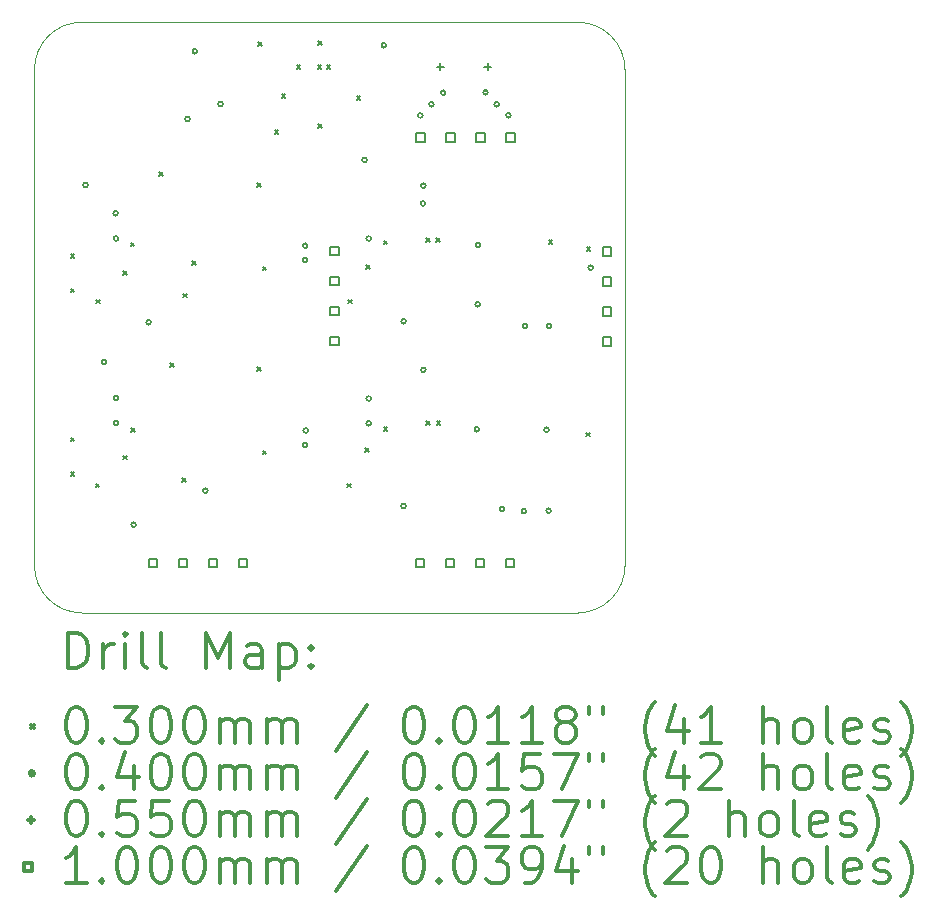
<source format=gbr>
%FSLAX45Y45*%
G04 Gerber Fmt 4.5, Leading zero omitted, Abs format (unit mm)*
G04 Created by KiCad (PCBNEW (5.1.12)-1) date 2022-03-26 18:35:55*
%MOMM*%
%LPD*%
G01*
G04 APERTURE LIST*
%TA.AperFunction,Profile*%
%ADD10C,0.050000*%
%TD*%
%ADD11C,0.200000*%
%ADD12C,0.300000*%
G04 APERTURE END LIST*
D10*
X19600000Y-9000000D02*
G75*
G02*
X20000000Y-9400000I0J-400000D01*
G01*
X15000000Y-9400000D02*
G75*
G02*
X15400000Y-9000000I400000J0D01*
G01*
X15400000Y-14000000D02*
G75*
G02*
X15000000Y-13600000I0J400000D01*
G01*
X20000000Y-13600000D02*
G75*
G02*
X19600000Y-14000000I-400000J0D01*
G01*
X19600000Y-9000000D02*
X15400000Y-9000000D01*
X20000000Y-13600000D02*
X20000000Y-9400000D01*
X15400000Y-14000000D02*
X19600000Y-14000000D01*
X15000000Y-9400000D02*
X15000000Y-13600000D01*
D11*
X15306280Y-10962880D02*
X15336280Y-10992880D01*
X15336280Y-10962880D02*
X15306280Y-10992880D01*
X15306280Y-11257520D02*
X15336280Y-11287520D01*
X15336280Y-11257520D02*
X15306280Y-11287520D01*
X15306280Y-12517360D02*
X15336280Y-12547360D01*
X15336280Y-12517360D02*
X15306280Y-12547360D01*
X15306280Y-12812000D02*
X15336280Y-12842000D01*
X15336280Y-12812000D02*
X15306280Y-12842000D01*
X15519640Y-12908520D02*
X15549640Y-12938520D01*
X15549640Y-12908520D02*
X15519640Y-12938520D01*
X15524720Y-11348960D02*
X15554720Y-11378960D01*
X15554720Y-11348960D02*
X15524720Y-11378960D01*
X15753320Y-11110200D02*
X15783320Y-11140200D01*
X15783320Y-11110200D02*
X15753320Y-11140200D01*
X15753320Y-12669760D02*
X15783320Y-12699760D01*
X15783320Y-12669760D02*
X15753320Y-12699760D01*
X15814280Y-10866360D02*
X15844280Y-10896360D01*
X15844280Y-10866360D02*
X15814280Y-10896360D01*
X15819360Y-12436080D02*
X15849360Y-12466080D01*
X15849360Y-12436080D02*
X15819360Y-12466080D01*
X16058120Y-10272000D02*
X16088120Y-10302000D01*
X16088120Y-10272000D02*
X16058120Y-10302000D01*
X16149560Y-11887440D02*
X16179560Y-11917440D01*
X16179560Y-11887440D02*
X16149560Y-11917440D01*
X16251160Y-12862800D02*
X16281160Y-12892800D01*
X16281160Y-12862800D02*
X16251160Y-12892800D01*
X16261320Y-11298160D02*
X16291320Y-11328160D01*
X16291320Y-11298160D02*
X16261320Y-11328160D01*
X16334980Y-11021300D02*
X16364980Y-11051300D01*
X16364980Y-11021300D02*
X16334980Y-11051300D01*
X16886160Y-10363440D02*
X16916160Y-10393440D01*
X16916160Y-10363440D02*
X16886160Y-10393440D01*
X16886160Y-11923000D02*
X16916160Y-11953000D01*
X16916160Y-11923000D02*
X16886160Y-11953000D01*
X16896320Y-9169640D02*
X16926320Y-9199640D01*
X16926320Y-9169640D02*
X16896320Y-9199640D01*
X16931880Y-11069560D02*
X16961880Y-11099560D01*
X16961880Y-11069560D02*
X16931880Y-11099560D01*
X16931880Y-12629120D02*
X16961880Y-12659120D01*
X16961880Y-12629120D02*
X16931880Y-12659120D01*
X17033480Y-9916400D02*
X17063480Y-9946400D01*
X17063480Y-9916400D02*
X17033480Y-9946400D01*
X17091900Y-9611600D02*
X17121900Y-9641600D01*
X17121900Y-9611600D02*
X17091900Y-9641600D01*
X17218900Y-9365220D02*
X17248900Y-9395220D01*
X17248900Y-9365220D02*
X17218900Y-9395220D01*
X17396700Y-9363950D02*
X17426700Y-9393950D01*
X17426700Y-9363950D02*
X17396700Y-9393950D01*
X17403050Y-9160750D02*
X17433050Y-9190750D01*
X17433050Y-9160750D02*
X17403050Y-9190750D01*
X17404320Y-9865600D02*
X17434320Y-9895600D01*
X17434320Y-9865600D02*
X17404320Y-9895600D01*
X17472900Y-9363950D02*
X17502900Y-9393950D01*
X17502900Y-9363950D02*
X17472900Y-9393950D01*
X17648160Y-12908520D02*
X17678160Y-12938520D01*
X17678160Y-12908520D02*
X17648160Y-12938520D01*
X17658320Y-11348960D02*
X17688320Y-11378960D01*
X17688320Y-11348960D02*
X17658320Y-11378960D01*
X17726900Y-9624300D02*
X17756900Y-9654300D01*
X17756900Y-9624300D02*
X17726900Y-9654300D01*
X17800560Y-12608800D02*
X17830560Y-12638800D01*
X17830560Y-12608800D02*
X17800560Y-12638800D01*
X17810720Y-11059400D02*
X17840720Y-11089400D01*
X17840720Y-11059400D02*
X17810720Y-11089400D01*
X17958040Y-10851120D02*
X17988040Y-10881120D01*
X17988040Y-10851120D02*
X17958040Y-10881120D01*
X17958040Y-12431000D02*
X17988040Y-12461000D01*
X17988040Y-12431000D02*
X17958040Y-12461000D01*
X18318720Y-10830800D02*
X18348720Y-10860800D01*
X18348720Y-10830800D02*
X18318720Y-10860800D01*
X18318720Y-12380200D02*
X18348720Y-12410200D01*
X18348720Y-12380200D02*
X18318720Y-12410200D01*
X18400000Y-10830800D02*
X18430000Y-10860800D01*
X18430000Y-10830800D02*
X18400000Y-10860800D01*
X18405080Y-12380200D02*
X18435080Y-12410200D01*
X18435080Y-12380200D02*
X18405080Y-12410200D01*
X19355040Y-10846040D02*
X19385040Y-10876040D01*
X19385040Y-10846040D02*
X19355040Y-10876040D01*
X19670000Y-12476720D02*
X19700000Y-12506720D01*
X19700000Y-12476720D02*
X19670000Y-12506720D01*
X19675080Y-10907000D02*
X19705080Y-10937000D01*
X19705080Y-10907000D02*
X19675080Y-10937000D01*
X15453040Y-10378440D02*
G75*
G03*
X15453040Y-10378440I-20000J0D01*
G01*
X15610520Y-11877040D02*
G75*
G03*
X15610520Y-11877040I-20000J0D01*
G01*
X15707040Y-10617200D02*
G75*
G03*
X15707040Y-10617200I-20000J0D01*
G01*
X15710350Y-10831700D02*
G75*
G03*
X15710350Y-10831700I-20000J0D01*
G01*
X15710350Y-12393800D02*
G75*
G03*
X15710350Y-12393800I-20000J0D01*
G01*
X15712120Y-12181840D02*
G75*
G03*
X15712120Y-12181840I-20000J0D01*
G01*
X15859440Y-13253720D02*
G75*
G03*
X15859440Y-13253720I-20000J0D01*
G01*
X15986440Y-11541760D02*
G75*
G03*
X15986440Y-11541760I-20000J0D01*
G01*
X16316640Y-9819640D02*
G75*
G03*
X16316640Y-9819640I-20000J0D01*
G01*
X16377600Y-9245600D02*
G75*
G03*
X16377600Y-9245600I-20000J0D01*
G01*
X16466500Y-12965430D02*
G75*
G03*
X16466500Y-12965430I-20000J0D01*
G01*
X16596040Y-9692640D02*
G75*
G03*
X16596040Y-9692640I-20000J0D01*
G01*
X17312320Y-10891520D02*
G75*
G03*
X17312320Y-10891520I-20000J0D01*
G01*
X17312320Y-11013440D02*
G75*
G03*
X17312320Y-11013440I-20000J0D01*
G01*
X17312320Y-12578080D02*
G75*
G03*
X17312320Y-12578080I-20000J0D01*
G01*
X17317400Y-12456160D02*
G75*
G03*
X17317400Y-12456160I-20000J0D01*
G01*
X17815240Y-10165080D02*
G75*
G03*
X17815240Y-10165080I-20000J0D01*
G01*
X17850300Y-10831700D02*
G75*
G03*
X17850300Y-10831700I-20000J0D01*
G01*
X17850300Y-12186303D02*
G75*
G03*
X17850300Y-12186303I-20000J0D01*
G01*
X17850300Y-12395700D02*
G75*
G03*
X17850300Y-12395700I-20000J0D01*
G01*
X17977800Y-9194800D02*
G75*
G03*
X17977800Y-9194800I-20000J0D01*
G01*
X18145440Y-11531600D02*
G75*
G03*
X18145440Y-11531600I-20000J0D01*
G01*
X18145440Y-13096240D02*
G75*
G03*
X18145440Y-13096240I-20000J0D01*
G01*
X18287680Y-9789160D02*
G75*
G03*
X18287680Y-9789160I-20000J0D01*
G01*
X18310032Y-10533380D02*
G75*
G03*
X18310032Y-10533380I-20000J0D01*
G01*
X18313080Y-10383520D02*
G75*
G03*
X18313080Y-10383520I-20000J0D01*
G01*
X18313080Y-11943080D02*
G75*
G03*
X18313080Y-11943080I-20000J0D01*
G01*
X18381660Y-9695180D02*
G75*
G03*
X18381660Y-9695180I-20000J0D01*
G01*
X18480720Y-9596120D02*
G75*
G03*
X18480720Y-9596120I-20000J0D01*
G01*
X18765200Y-12446000D02*
G75*
G03*
X18765200Y-12446000I-20000J0D01*
G01*
X18772820Y-11388090D02*
G75*
G03*
X18772820Y-11388090I-20000J0D01*
G01*
X18775360Y-10886440D02*
G75*
G03*
X18775360Y-10886440I-20000J0D01*
G01*
X18839368Y-9594596D02*
G75*
G03*
X18839368Y-9594596I-20000J0D01*
G01*
X18934110Y-9694418D02*
G75*
G03*
X18934110Y-9694418I-20000J0D01*
G01*
X18978560Y-13121640D02*
G75*
G03*
X18978560Y-13121640I-20000J0D01*
G01*
X19033678Y-9788144D02*
G75*
G03*
X19033678Y-9788144I-20000J0D01*
G01*
X19162710Y-13139420D02*
G75*
G03*
X19162710Y-13139420I-20000J0D01*
G01*
X19172870Y-11570970D02*
G75*
G03*
X19172870Y-11570970I-20000J0D01*
G01*
X19355750Y-12451080D02*
G75*
G03*
X19355750Y-12451080I-20000J0D01*
G01*
X19373335Y-13135415D02*
G75*
G03*
X19373335Y-13135415I-20000J0D01*
G01*
X19376950Y-11569700D02*
G75*
G03*
X19376950Y-11569700I-20000J0D01*
G01*
X19730400Y-11078210D02*
G75*
G03*
X19730400Y-11078210I-20000J0D01*
G01*
X18437098Y-9349164D02*
X18437098Y-9404164D01*
X18409598Y-9376664D02*
X18464598Y-9376664D01*
X18837148Y-9349164D02*
X18837148Y-9404164D01*
X18809648Y-9376664D02*
X18864648Y-9376664D01*
X16037356Y-13612926D02*
X16037356Y-13542214D01*
X15966644Y-13542214D01*
X15966644Y-13612926D01*
X16037356Y-13612926D01*
X16291356Y-13612926D02*
X16291356Y-13542214D01*
X16220644Y-13542214D01*
X16220644Y-13612926D01*
X16291356Y-13612926D01*
X16545356Y-13612926D02*
X16545356Y-13542214D01*
X16474644Y-13542214D01*
X16474644Y-13612926D01*
X16545356Y-13612926D01*
X16799356Y-13612926D02*
X16799356Y-13542214D01*
X16728644Y-13542214D01*
X16728644Y-13612926D01*
X16799356Y-13612926D01*
X17577104Y-10974628D02*
X17577104Y-10903916D01*
X17506392Y-10903916D01*
X17506392Y-10974628D01*
X17577104Y-10974628D01*
X17577104Y-11228628D02*
X17577104Y-11157916D01*
X17506392Y-11157916D01*
X17506392Y-11228628D01*
X17577104Y-11228628D01*
X17577104Y-11482628D02*
X17577104Y-11411916D01*
X17506392Y-11411916D01*
X17506392Y-11482628D01*
X17577104Y-11482628D01*
X17577104Y-11736628D02*
X17577104Y-11665916D01*
X17506392Y-11665916D01*
X17506392Y-11736628D01*
X17577104Y-11736628D01*
X18301766Y-13615466D02*
X18301766Y-13544754D01*
X18231054Y-13544754D01*
X18231054Y-13615466D01*
X18301766Y-13615466D01*
X18303036Y-10012476D02*
X18303036Y-9941764D01*
X18232324Y-9941764D01*
X18232324Y-10012476D01*
X18303036Y-10012476D01*
X18555766Y-13615466D02*
X18555766Y-13544754D01*
X18485054Y-13544754D01*
X18485054Y-13615466D01*
X18555766Y-13615466D01*
X18557036Y-10012476D02*
X18557036Y-9941764D01*
X18486324Y-9941764D01*
X18486324Y-10012476D01*
X18557036Y-10012476D01*
X18809766Y-13615466D02*
X18809766Y-13544754D01*
X18739054Y-13544754D01*
X18739054Y-13615466D01*
X18809766Y-13615466D01*
X18811036Y-10012476D02*
X18811036Y-9941764D01*
X18740324Y-9941764D01*
X18740324Y-10012476D01*
X18811036Y-10012476D01*
X19063766Y-13615466D02*
X19063766Y-13544754D01*
X18993054Y-13544754D01*
X18993054Y-13615466D01*
X19063766Y-13615466D01*
X19065036Y-10012476D02*
X19065036Y-9941764D01*
X18994324Y-9941764D01*
X18994324Y-10012476D01*
X19065036Y-10012476D01*
X19880376Y-10977676D02*
X19880376Y-10906964D01*
X19809664Y-10906964D01*
X19809664Y-10977676D01*
X19880376Y-10977676D01*
X19880376Y-11231676D02*
X19880376Y-11160964D01*
X19809664Y-11160964D01*
X19809664Y-11231676D01*
X19880376Y-11231676D01*
X19880376Y-11485676D02*
X19880376Y-11414964D01*
X19809664Y-11414964D01*
X19809664Y-11485676D01*
X19880376Y-11485676D01*
X19880376Y-11739676D02*
X19880376Y-11668964D01*
X19809664Y-11668964D01*
X19809664Y-11739676D01*
X19880376Y-11739676D01*
D12*
X15283928Y-14468214D02*
X15283928Y-14168214D01*
X15355357Y-14168214D01*
X15398214Y-14182500D01*
X15426786Y-14211071D01*
X15441071Y-14239643D01*
X15455357Y-14296786D01*
X15455357Y-14339643D01*
X15441071Y-14396786D01*
X15426786Y-14425357D01*
X15398214Y-14453929D01*
X15355357Y-14468214D01*
X15283928Y-14468214D01*
X15583928Y-14468214D02*
X15583928Y-14268214D01*
X15583928Y-14325357D02*
X15598214Y-14296786D01*
X15612500Y-14282500D01*
X15641071Y-14268214D01*
X15669643Y-14268214D01*
X15769643Y-14468214D02*
X15769643Y-14268214D01*
X15769643Y-14168214D02*
X15755357Y-14182500D01*
X15769643Y-14196786D01*
X15783928Y-14182500D01*
X15769643Y-14168214D01*
X15769643Y-14196786D01*
X15955357Y-14468214D02*
X15926786Y-14453929D01*
X15912500Y-14425357D01*
X15912500Y-14168214D01*
X16112500Y-14468214D02*
X16083928Y-14453929D01*
X16069643Y-14425357D01*
X16069643Y-14168214D01*
X16455357Y-14468214D02*
X16455357Y-14168214D01*
X16555357Y-14382500D01*
X16655357Y-14168214D01*
X16655357Y-14468214D01*
X16926786Y-14468214D02*
X16926786Y-14311071D01*
X16912500Y-14282500D01*
X16883928Y-14268214D01*
X16826786Y-14268214D01*
X16798214Y-14282500D01*
X16926786Y-14453929D02*
X16898214Y-14468214D01*
X16826786Y-14468214D01*
X16798214Y-14453929D01*
X16783928Y-14425357D01*
X16783928Y-14396786D01*
X16798214Y-14368214D01*
X16826786Y-14353929D01*
X16898214Y-14353929D01*
X16926786Y-14339643D01*
X17069643Y-14268214D02*
X17069643Y-14568214D01*
X17069643Y-14282500D02*
X17098214Y-14268214D01*
X17155357Y-14268214D01*
X17183928Y-14282500D01*
X17198214Y-14296786D01*
X17212500Y-14325357D01*
X17212500Y-14411071D01*
X17198214Y-14439643D01*
X17183928Y-14453929D01*
X17155357Y-14468214D01*
X17098214Y-14468214D01*
X17069643Y-14453929D01*
X17341071Y-14439643D02*
X17355357Y-14453929D01*
X17341071Y-14468214D01*
X17326786Y-14453929D01*
X17341071Y-14439643D01*
X17341071Y-14468214D01*
X17341071Y-14282500D02*
X17355357Y-14296786D01*
X17341071Y-14311071D01*
X17326786Y-14296786D01*
X17341071Y-14282500D01*
X17341071Y-14311071D01*
X14967500Y-14947500D02*
X14997500Y-14977500D01*
X14997500Y-14947500D02*
X14967500Y-14977500D01*
X15341071Y-14798214D02*
X15369643Y-14798214D01*
X15398214Y-14812500D01*
X15412500Y-14826786D01*
X15426786Y-14855357D01*
X15441071Y-14912500D01*
X15441071Y-14983929D01*
X15426786Y-15041071D01*
X15412500Y-15069643D01*
X15398214Y-15083929D01*
X15369643Y-15098214D01*
X15341071Y-15098214D01*
X15312500Y-15083929D01*
X15298214Y-15069643D01*
X15283928Y-15041071D01*
X15269643Y-14983929D01*
X15269643Y-14912500D01*
X15283928Y-14855357D01*
X15298214Y-14826786D01*
X15312500Y-14812500D01*
X15341071Y-14798214D01*
X15569643Y-15069643D02*
X15583928Y-15083929D01*
X15569643Y-15098214D01*
X15555357Y-15083929D01*
X15569643Y-15069643D01*
X15569643Y-15098214D01*
X15683928Y-14798214D02*
X15869643Y-14798214D01*
X15769643Y-14912500D01*
X15812500Y-14912500D01*
X15841071Y-14926786D01*
X15855357Y-14941071D01*
X15869643Y-14969643D01*
X15869643Y-15041071D01*
X15855357Y-15069643D01*
X15841071Y-15083929D01*
X15812500Y-15098214D01*
X15726786Y-15098214D01*
X15698214Y-15083929D01*
X15683928Y-15069643D01*
X16055357Y-14798214D02*
X16083928Y-14798214D01*
X16112500Y-14812500D01*
X16126786Y-14826786D01*
X16141071Y-14855357D01*
X16155357Y-14912500D01*
X16155357Y-14983929D01*
X16141071Y-15041071D01*
X16126786Y-15069643D01*
X16112500Y-15083929D01*
X16083928Y-15098214D01*
X16055357Y-15098214D01*
X16026786Y-15083929D01*
X16012500Y-15069643D01*
X15998214Y-15041071D01*
X15983928Y-14983929D01*
X15983928Y-14912500D01*
X15998214Y-14855357D01*
X16012500Y-14826786D01*
X16026786Y-14812500D01*
X16055357Y-14798214D01*
X16341071Y-14798214D02*
X16369643Y-14798214D01*
X16398214Y-14812500D01*
X16412500Y-14826786D01*
X16426786Y-14855357D01*
X16441071Y-14912500D01*
X16441071Y-14983929D01*
X16426786Y-15041071D01*
X16412500Y-15069643D01*
X16398214Y-15083929D01*
X16369643Y-15098214D01*
X16341071Y-15098214D01*
X16312500Y-15083929D01*
X16298214Y-15069643D01*
X16283928Y-15041071D01*
X16269643Y-14983929D01*
X16269643Y-14912500D01*
X16283928Y-14855357D01*
X16298214Y-14826786D01*
X16312500Y-14812500D01*
X16341071Y-14798214D01*
X16569643Y-15098214D02*
X16569643Y-14898214D01*
X16569643Y-14926786D02*
X16583928Y-14912500D01*
X16612500Y-14898214D01*
X16655357Y-14898214D01*
X16683928Y-14912500D01*
X16698214Y-14941071D01*
X16698214Y-15098214D01*
X16698214Y-14941071D02*
X16712500Y-14912500D01*
X16741071Y-14898214D01*
X16783928Y-14898214D01*
X16812500Y-14912500D01*
X16826786Y-14941071D01*
X16826786Y-15098214D01*
X16969643Y-15098214D02*
X16969643Y-14898214D01*
X16969643Y-14926786D02*
X16983928Y-14912500D01*
X17012500Y-14898214D01*
X17055357Y-14898214D01*
X17083928Y-14912500D01*
X17098214Y-14941071D01*
X17098214Y-15098214D01*
X17098214Y-14941071D02*
X17112500Y-14912500D01*
X17141071Y-14898214D01*
X17183928Y-14898214D01*
X17212500Y-14912500D01*
X17226786Y-14941071D01*
X17226786Y-15098214D01*
X17812500Y-14783929D02*
X17555357Y-15169643D01*
X18198214Y-14798214D02*
X18226786Y-14798214D01*
X18255357Y-14812500D01*
X18269643Y-14826786D01*
X18283928Y-14855357D01*
X18298214Y-14912500D01*
X18298214Y-14983929D01*
X18283928Y-15041071D01*
X18269643Y-15069643D01*
X18255357Y-15083929D01*
X18226786Y-15098214D01*
X18198214Y-15098214D01*
X18169643Y-15083929D01*
X18155357Y-15069643D01*
X18141071Y-15041071D01*
X18126786Y-14983929D01*
X18126786Y-14912500D01*
X18141071Y-14855357D01*
X18155357Y-14826786D01*
X18169643Y-14812500D01*
X18198214Y-14798214D01*
X18426786Y-15069643D02*
X18441071Y-15083929D01*
X18426786Y-15098214D01*
X18412500Y-15083929D01*
X18426786Y-15069643D01*
X18426786Y-15098214D01*
X18626786Y-14798214D02*
X18655357Y-14798214D01*
X18683928Y-14812500D01*
X18698214Y-14826786D01*
X18712500Y-14855357D01*
X18726786Y-14912500D01*
X18726786Y-14983929D01*
X18712500Y-15041071D01*
X18698214Y-15069643D01*
X18683928Y-15083929D01*
X18655357Y-15098214D01*
X18626786Y-15098214D01*
X18598214Y-15083929D01*
X18583928Y-15069643D01*
X18569643Y-15041071D01*
X18555357Y-14983929D01*
X18555357Y-14912500D01*
X18569643Y-14855357D01*
X18583928Y-14826786D01*
X18598214Y-14812500D01*
X18626786Y-14798214D01*
X19012500Y-15098214D02*
X18841071Y-15098214D01*
X18926786Y-15098214D02*
X18926786Y-14798214D01*
X18898214Y-14841071D01*
X18869643Y-14869643D01*
X18841071Y-14883929D01*
X19298214Y-15098214D02*
X19126786Y-15098214D01*
X19212500Y-15098214D02*
X19212500Y-14798214D01*
X19183928Y-14841071D01*
X19155357Y-14869643D01*
X19126786Y-14883929D01*
X19469643Y-14926786D02*
X19441071Y-14912500D01*
X19426786Y-14898214D01*
X19412500Y-14869643D01*
X19412500Y-14855357D01*
X19426786Y-14826786D01*
X19441071Y-14812500D01*
X19469643Y-14798214D01*
X19526786Y-14798214D01*
X19555357Y-14812500D01*
X19569643Y-14826786D01*
X19583928Y-14855357D01*
X19583928Y-14869643D01*
X19569643Y-14898214D01*
X19555357Y-14912500D01*
X19526786Y-14926786D01*
X19469643Y-14926786D01*
X19441071Y-14941071D01*
X19426786Y-14955357D01*
X19412500Y-14983929D01*
X19412500Y-15041071D01*
X19426786Y-15069643D01*
X19441071Y-15083929D01*
X19469643Y-15098214D01*
X19526786Y-15098214D01*
X19555357Y-15083929D01*
X19569643Y-15069643D01*
X19583928Y-15041071D01*
X19583928Y-14983929D01*
X19569643Y-14955357D01*
X19555357Y-14941071D01*
X19526786Y-14926786D01*
X19698214Y-14798214D02*
X19698214Y-14855357D01*
X19812500Y-14798214D02*
X19812500Y-14855357D01*
X20255357Y-15212500D02*
X20241071Y-15198214D01*
X20212500Y-15155357D01*
X20198214Y-15126786D01*
X20183928Y-15083929D01*
X20169643Y-15012500D01*
X20169643Y-14955357D01*
X20183928Y-14883929D01*
X20198214Y-14841071D01*
X20212500Y-14812500D01*
X20241071Y-14769643D01*
X20255357Y-14755357D01*
X20498214Y-14898214D02*
X20498214Y-15098214D01*
X20426786Y-14783929D02*
X20355357Y-14998214D01*
X20541071Y-14998214D01*
X20812500Y-15098214D02*
X20641071Y-15098214D01*
X20726786Y-15098214D02*
X20726786Y-14798214D01*
X20698214Y-14841071D01*
X20669643Y-14869643D01*
X20641071Y-14883929D01*
X21169643Y-15098214D02*
X21169643Y-14798214D01*
X21298214Y-15098214D02*
X21298214Y-14941071D01*
X21283928Y-14912500D01*
X21255357Y-14898214D01*
X21212500Y-14898214D01*
X21183928Y-14912500D01*
X21169643Y-14926786D01*
X21483928Y-15098214D02*
X21455357Y-15083929D01*
X21441071Y-15069643D01*
X21426786Y-15041071D01*
X21426786Y-14955357D01*
X21441071Y-14926786D01*
X21455357Y-14912500D01*
X21483928Y-14898214D01*
X21526786Y-14898214D01*
X21555357Y-14912500D01*
X21569643Y-14926786D01*
X21583928Y-14955357D01*
X21583928Y-15041071D01*
X21569643Y-15069643D01*
X21555357Y-15083929D01*
X21526786Y-15098214D01*
X21483928Y-15098214D01*
X21755357Y-15098214D02*
X21726786Y-15083929D01*
X21712500Y-15055357D01*
X21712500Y-14798214D01*
X21983928Y-15083929D02*
X21955357Y-15098214D01*
X21898214Y-15098214D01*
X21869643Y-15083929D01*
X21855357Y-15055357D01*
X21855357Y-14941071D01*
X21869643Y-14912500D01*
X21898214Y-14898214D01*
X21955357Y-14898214D01*
X21983928Y-14912500D01*
X21998214Y-14941071D01*
X21998214Y-14969643D01*
X21855357Y-14998214D01*
X22112500Y-15083929D02*
X22141071Y-15098214D01*
X22198214Y-15098214D01*
X22226786Y-15083929D01*
X22241071Y-15055357D01*
X22241071Y-15041071D01*
X22226786Y-15012500D01*
X22198214Y-14998214D01*
X22155357Y-14998214D01*
X22126786Y-14983929D01*
X22112500Y-14955357D01*
X22112500Y-14941071D01*
X22126786Y-14912500D01*
X22155357Y-14898214D01*
X22198214Y-14898214D01*
X22226786Y-14912500D01*
X22341071Y-15212500D02*
X22355357Y-15198214D01*
X22383928Y-15155357D01*
X22398214Y-15126786D01*
X22412500Y-15083929D01*
X22426786Y-15012500D01*
X22426786Y-14955357D01*
X22412500Y-14883929D01*
X22398214Y-14841071D01*
X22383928Y-14812500D01*
X22355357Y-14769643D01*
X22341071Y-14755357D01*
X14997500Y-15358500D02*
G75*
G03*
X14997500Y-15358500I-20000J0D01*
G01*
X15341071Y-15194214D02*
X15369643Y-15194214D01*
X15398214Y-15208500D01*
X15412500Y-15222786D01*
X15426786Y-15251357D01*
X15441071Y-15308500D01*
X15441071Y-15379929D01*
X15426786Y-15437071D01*
X15412500Y-15465643D01*
X15398214Y-15479929D01*
X15369643Y-15494214D01*
X15341071Y-15494214D01*
X15312500Y-15479929D01*
X15298214Y-15465643D01*
X15283928Y-15437071D01*
X15269643Y-15379929D01*
X15269643Y-15308500D01*
X15283928Y-15251357D01*
X15298214Y-15222786D01*
X15312500Y-15208500D01*
X15341071Y-15194214D01*
X15569643Y-15465643D02*
X15583928Y-15479929D01*
X15569643Y-15494214D01*
X15555357Y-15479929D01*
X15569643Y-15465643D01*
X15569643Y-15494214D01*
X15841071Y-15294214D02*
X15841071Y-15494214D01*
X15769643Y-15179929D02*
X15698214Y-15394214D01*
X15883928Y-15394214D01*
X16055357Y-15194214D02*
X16083928Y-15194214D01*
X16112500Y-15208500D01*
X16126786Y-15222786D01*
X16141071Y-15251357D01*
X16155357Y-15308500D01*
X16155357Y-15379929D01*
X16141071Y-15437071D01*
X16126786Y-15465643D01*
X16112500Y-15479929D01*
X16083928Y-15494214D01*
X16055357Y-15494214D01*
X16026786Y-15479929D01*
X16012500Y-15465643D01*
X15998214Y-15437071D01*
X15983928Y-15379929D01*
X15983928Y-15308500D01*
X15998214Y-15251357D01*
X16012500Y-15222786D01*
X16026786Y-15208500D01*
X16055357Y-15194214D01*
X16341071Y-15194214D02*
X16369643Y-15194214D01*
X16398214Y-15208500D01*
X16412500Y-15222786D01*
X16426786Y-15251357D01*
X16441071Y-15308500D01*
X16441071Y-15379929D01*
X16426786Y-15437071D01*
X16412500Y-15465643D01*
X16398214Y-15479929D01*
X16369643Y-15494214D01*
X16341071Y-15494214D01*
X16312500Y-15479929D01*
X16298214Y-15465643D01*
X16283928Y-15437071D01*
X16269643Y-15379929D01*
X16269643Y-15308500D01*
X16283928Y-15251357D01*
X16298214Y-15222786D01*
X16312500Y-15208500D01*
X16341071Y-15194214D01*
X16569643Y-15494214D02*
X16569643Y-15294214D01*
X16569643Y-15322786D02*
X16583928Y-15308500D01*
X16612500Y-15294214D01*
X16655357Y-15294214D01*
X16683928Y-15308500D01*
X16698214Y-15337071D01*
X16698214Y-15494214D01*
X16698214Y-15337071D02*
X16712500Y-15308500D01*
X16741071Y-15294214D01*
X16783928Y-15294214D01*
X16812500Y-15308500D01*
X16826786Y-15337071D01*
X16826786Y-15494214D01*
X16969643Y-15494214D02*
X16969643Y-15294214D01*
X16969643Y-15322786D02*
X16983928Y-15308500D01*
X17012500Y-15294214D01*
X17055357Y-15294214D01*
X17083928Y-15308500D01*
X17098214Y-15337071D01*
X17098214Y-15494214D01*
X17098214Y-15337071D02*
X17112500Y-15308500D01*
X17141071Y-15294214D01*
X17183928Y-15294214D01*
X17212500Y-15308500D01*
X17226786Y-15337071D01*
X17226786Y-15494214D01*
X17812500Y-15179929D02*
X17555357Y-15565643D01*
X18198214Y-15194214D02*
X18226786Y-15194214D01*
X18255357Y-15208500D01*
X18269643Y-15222786D01*
X18283928Y-15251357D01*
X18298214Y-15308500D01*
X18298214Y-15379929D01*
X18283928Y-15437071D01*
X18269643Y-15465643D01*
X18255357Y-15479929D01*
X18226786Y-15494214D01*
X18198214Y-15494214D01*
X18169643Y-15479929D01*
X18155357Y-15465643D01*
X18141071Y-15437071D01*
X18126786Y-15379929D01*
X18126786Y-15308500D01*
X18141071Y-15251357D01*
X18155357Y-15222786D01*
X18169643Y-15208500D01*
X18198214Y-15194214D01*
X18426786Y-15465643D02*
X18441071Y-15479929D01*
X18426786Y-15494214D01*
X18412500Y-15479929D01*
X18426786Y-15465643D01*
X18426786Y-15494214D01*
X18626786Y-15194214D02*
X18655357Y-15194214D01*
X18683928Y-15208500D01*
X18698214Y-15222786D01*
X18712500Y-15251357D01*
X18726786Y-15308500D01*
X18726786Y-15379929D01*
X18712500Y-15437071D01*
X18698214Y-15465643D01*
X18683928Y-15479929D01*
X18655357Y-15494214D01*
X18626786Y-15494214D01*
X18598214Y-15479929D01*
X18583928Y-15465643D01*
X18569643Y-15437071D01*
X18555357Y-15379929D01*
X18555357Y-15308500D01*
X18569643Y-15251357D01*
X18583928Y-15222786D01*
X18598214Y-15208500D01*
X18626786Y-15194214D01*
X19012500Y-15494214D02*
X18841071Y-15494214D01*
X18926786Y-15494214D02*
X18926786Y-15194214D01*
X18898214Y-15237071D01*
X18869643Y-15265643D01*
X18841071Y-15279929D01*
X19283928Y-15194214D02*
X19141071Y-15194214D01*
X19126786Y-15337071D01*
X19141071Y-15322786D01*
X19169643Y-15308500D01*
X19241071Y-15308500D01*
X19269643Y-15322786D01*
X19283928Y-15337071D01*
X19298214Y-15365643D01*
X19298214Y-15437071D01*
X19283928Y-15465643D01*
X19269643Y-15479929D01*
X19241071Y-15494214D01*
X19169643Y-15494214D01*
X19141071Y-15479929D01*
X19126786Y-15465643D01*
X19398214Y-15194214D02*
X19598214Y-15194214D01*
X19469643Y-15494214D01*
X19698214Y-15194214D02*
X19698214Y-15251357D01*
X19812500Y-15194214D02*
X19812500Y-15251357D01*
X20255357Y-15608500D02*
X20241071Y-15594214D01*
X20212500Y-15551357D01*
X20198214Y-15522786D01*
X20183928Y-15479929D01*
X20169643Y-15408500D01*
X20169643Y-15351357D01*
X20183928Y-15279929D01*
X20198214Y-15237071D01*
X20212500Y-15208500D01*
X20241071Y-15165643D01*
X20255357Y-15151357D01*
X20498214Y-15294214D02*
X20498214Y-15494214D01*
X20426786Y-15179929D02*
X20355357Y-15394214D01*
X20541071Y-15394214D01*
X20641071Y-15222786D02*
X20655357Y-15208500D01*
X20683928Y-15194214D01*
X20755357Y-15194214D01*
X20783928Y-15208500D01*
X20798214Y-15222786D01*
X20812500Y-15251357D01*
X20812500Y-15279929D01*
X20798214Y-15322786D01*
X20626786Y-15494214D01*
X20812500Y-15494214D01*
X21169643Y-15494214D02*
X21169643Y-15194214D01*
X21298214Y-15494214D02*
X21298214Y-15337071D01*
X21283928Y-15308500D01*
X21255357Y-15294214D01*
X21212500Y-15294214D01*
X21183928Y-15308500D01*
X21169643Y-15322786D01*
X21483928Y-15494214D02*
X21455357Y-15479929D01*
X21441071Y-15465643D01*
X21426786Y-15437071D01*
X21426786Y-15351357D01*
X21441071Y-15322786D01*
X21455357Y-15308500D01*
X21483928Y-15294214D01*
X21526786Y-15294214D01*
X21555357Y-15308500D01*
X21569643Y-15322786D01*
X21583928Y-15351357D01*
X21583928Y-15437071D01*
X21569643Y-15465643D01*
X21555357Y-15479929D01*
X21526786Y-15494214D01*
X21483928Y-15494214D01*
X21755357Y-15494214D02*
X21726786Y-15479929D01*
X21712500Y-15451357D01*
X21712500Y-15194214D01*
X21983928Y-15479929D02*
X21955357Y-15494214D01*
X21898214Y-15494214D01*
X21869643Y-15479929D01*
X21855357Y-15451357D01*
X21855357Y-15337071D01*
X21869643Y-15308500D01*
X21898214Y-15294214D01*
X21955357Y-15294214D01*
X21983928Y-15308500D01*
X21998214Y-15337071D01*
X21998214Y-15365643D01*
X21855357Y-15394214D01*
X22112500Y-15479929D02*
X22141071Y-15494214D01*
X22198214Y-15494214D01*
X22226786Y-15479929D01*
X22241071Y-15451357D01*
X22241071Y-15437071D01*
X22226786Y-15408500D01*
X22198214Y-15394214D01*
X22155357Y-15394214D01*
X22126786Y-15379929D01*
X22112500Y-15351357D01*
X22112500Y-15337071D01*
X22126786Y-15308500D01*
X22155357Y-15294214D01*
X22198214Y-15294214D01*
X22226786Y-15308500D01*
X22341071Y-15608500D02*
X22355357Y-15594214D01*
X22383928Y-15551357D01*
X22398214Y-15522786D01*
X22412500Y-15479929D01*
X22426786Y-15408500D01*
X22426786Y-15351357D01*
X22412500Y-15279929D01*
X22398214Y-15237071D01*
X22383928Y-15208500D01*
X22355357Y-15165643D01*
X22341071Y-15151357D01*
X14970000Y-15727000D02*
X14970000Y-15782000D01*
X14942500Y-15754500D02*
X14997500Y-15754500D01*
X15341071Y-15590214D02*
X15369643Y-15590214D01*
X15398214Y-15604500D01*
X15412500Y-15618786D01*
X15426786Y-15647357D01*
X15441071Y-15704500D01*
X15441071Y-15775929D01*
X15426786Y-15833071D01*
X15412500Y-15861643D01*
X15398214Y-15875929D01*
X15369643Y-15890214D01*
X15341071Y-15890214D01*
X15312500Y-15875929D01*
X15298214Y-15861643D01*
X15283928Y-15833071D01*
X15269643Y-15775929D01*
X15269643Y-15704500D01*
X15283928Y-15647357D01*
X15298214Y-15618786D01*
X15312500Y-15604500D01*
X15341071Y-15590214D01*
X15569643Y-15861643D02*
X15583928Y-15875929D01*
X15569643Y-15890214D01*
X15555357Y-15875929D01*
X15569643Y-15861643D01*
X15569643Y-15890214D01*
X15855357Y-15590214D02*
X15712500Y-15590214D01*
X15698214Y-15733071D01*
X15712500Y-15718786D01*
X15741071Y-15704500D01*
X15812500Y-15704500D01*
X15841071Y-15718786D01*
X15855357Y-15733071D01*
X15869643Y-15761643D01*
X15869643Y-15833071D01*
X15855357Y-15861643D01*
X15841071Y-15875929D01*
X15812500Y-15890214D01*
X15741071Y-15890214D01*
X15712500Y-15875929D01*
X15698214Y-15861643D01*
X16141071Y-15590214D02*
X15998214Y-15590214D01*
X15983928Y-15733071D01*
X15998214Y-15718786D01*
X16026786Y-15704500D01*
X16098214Y-15704500D01*
X16126786Y-15718786D01*
X16141071Y-15733071D01*
X16155357Y-15761643D01*
X16155357Y-15833071D01*
X16141071Y-15861643D01*
X16126786Y-15875929D01*
X16098214Y-15890214D01*
X16026786Y-15890214D01*
X15998214Y-15875929D01*
X15983928Y-15861643D01*
X16341071Y-15590214D02*
X16369643Y-15590214D01*
X16398214Y-15604500D01*
X16412500Y-15618786D01*
X16426786Y-15647357D01*
X16441071Y-15704500D01*
X16441071Y-15775929D01*
X16426786Y-15833071D01*
X16412500Y-15861643D01*
X16398214Y-15875929D01*
X16369643Y-15890214D01*
X16341071Y-15890214D01*
X16312500Y-15875929D01*
X16298214Y-15861643D01*
X16283928Y-15833071D01*
X16269643Y-15775929D01*
X16269643Y-15704500D01*
X16283928Y-15647357D01*
X16298214Y-15618786D01*
X16312500Y-15604500D01*
X16341071Y-15590214D01*
X16569643Y-15890214D02*
X16569643Y-15690214D01*
X16569643Y-15718786D02*
X16583928Y-15704500D01*
X16612500Y-15690214D01*
X16655357Y-15690214D01*
X16683928Y-15704500D01*
X16698214Y-15733071D01*
X16698214Y-15890214D01*
X16698214Y-15733071D02*
X16712500Y-15704500D01*
X16741071Y-15690214D01*
X16783928Y-15690214D01*
X16812500Y-15704500D01*
X16826786Y-15733071D01*
X16826786Y-15890214D01*
X16969643Y-15890214D02*
X16969643Y-15690214D01*
X16969643Y-15718786D02*
X16983928Y-15704500D01*
X17012500Y-15690214D01*
X17055357Y-15690214D01*
X17083928Y-15704500D01*
X17098214Y-15733071D01*
X17098214Y-15890214D01*
X17098214Y-15733071D02*
X17112500Y-15704500D01*
X17141071Y-15690214D01*
X17183928Y-15690214D01*
X17212500Y-15704500D01*
X17226786Y-15733071D01*
X17226786Y-15890214D01*
X17812500Y-15575929D02*
X17555357Y-15961643D01*
X18198214Y-15590214D02*
X18226786Y-15590214D01*
X18255357Y-15604500D01*
X18269643Y-15618786D01*
X18283928Y-15647357D01*
X18298214Y-15704500D01*
X18298214Y-15775929D01*
X18283928Y-15833071D01*
X18269643Y-15861643D01*
X18255357Y-15875929D01*
X18226786Y-15890214D01*
X18198214Y-15890214D01*
X18169643Y-15875929D01*
X18155357Y-15861643D01*
X18141071Y-15833071D01*
X18126786Y-15775929D01*
X18126786Y-15704500D01*
X18141071Y-15647357D01*
X18155357Y-15618786D01*
X18169643Y-15604500D01*
X18198214Y-15590214D01*
X18426786Y-15861643D02*
X18441071Y-15875929D01*
X18426786Y-15890214D01*
X18412500Y-15875929D01*
X18426786Y-15861643D01*
X18426786Y-15890214D01*
X18626786Y-15590214D02*
X18655357Y-15590214D01*
X18683928Y-15604500D01*
X18698214Y-15618786D01*
X18712500Y-15647357D01*
X18726786Y-15704500D01*
X18726786Y-15775929D01*
X18712500Y-15833071D01*
X18698214Y-15861643D01*
X18683928Y-15875929D01*
X18655357Y-15890214D01*
X18626786Y-15890214D01*
X18598214Y-15875929D01*
X18583928Y-15861643D01*
X18569643Y-15833071D01*
X18555357Y-15775929D01*
X18555357Y-15704500D01*
X18569643Y-15647357D01*
X18583928Y-15618786D01*
X18598214Y-15604500D01*
X18626786Y-15590214D01*
X18841071Y-15618786D02*
X18855357Y-15604500D01*
X18883928Y-15590214D01*
X18955357Y-15590214D01*
X18983928Y-15604500D01*
X18998214Y-15618786D01*
X19012500Y-15647357D01*
X19012500Y-15675929D01*
X18998214Y-15718786D01*
X18826786Y-15890214D01*
X19012500Y-15890214D01*
X19298214Y-15890214D02*
X19126786Y-15890214D01*
X19212500Y-15890214D02*
X19212500Y-15590214D01*
X19183928Y-15633071D01*
X19155357Y-15661643D01*
X19126786Y-15675929D01*
X19398214Y-15590214D02*
X19598214Y-15590214D01*
X19469643Y-15890214D01*
X19698214Y-15590214D02*
X19698214Y-15647357D01*
X19812500Y-15590214D02*
X19812500Y-15647357D01*
X20255357Y-16004500D02*
X20241071Y-15990214D01*
X20212500Y-15947357D01*
X20198214Y-15918786D01*
X20183928Y-15875929D01*
X20169643Y-15804500D01*
X20169643Y-15747357D01*
X20183928Y-15675929D01*
X20198214Y-15633071D01*
X20212500Y-15604500D01*
X20241071Y-15561643D01*
X20255357Y-15547357D01*
X20355357Y-15618786D02*
X20369643Y-15604500D01*
X20398214Y-15590214D01*
X20469643Y-15590214D01*
X20498214Y-15604500D01*
X20512500Y-15618786D01*
X20526786Y-15647357D01*
X20526786Y-15675929D01*
X20512500Y-15718786D01*
X20341071Y-15890214D01*
X20526786Y-15890214D01*
X20883928Y-15890214D02*
X20883928Y-15590214D01*
X21012500Y-15890214D02*
X21012500Y-15733071D01*
X20998214Y-15704500D01*
X20969643Y-15690214D01*
X20926786Y-15690214D01*
X20898214Y-15704500D01*
X20883928Y-15718786D01*
X21198214Y-15890214D02*
X21169643Y-15875929D01*
X21155357Y-15861643D01*
X21141071Y-15833071D01*
X21141071Y-15747357D01*
X21155357Y-15718786D01*
X21169643Y-15704500D01*
X21198214Y-15690214D01*
X21241071Y-15690214D01*
X21269643Y-15704500D01*
X21283928Y-15718786D01*
X21298214Y-15747357D01*
X21298214Y-15833071D01*
X21283928Y-15861643D01*
X21269643Y-15875929D01*
X21241071Y-15890214D01*
X21198214Y-15890214D01*
X21469643Y-15890214D02*
X21441071Y-15875929D01*
X21426786Y-15847357D01*
X21426786Y-15590214D01*
X21698214Y-15875929D02*
X21669643Y-15890214D01*
X21612500Y-15890214D01*
X21583928Y-15875929D01*
X21569643Y-15847357D01*
X21569643Y-15733071D01*
X21583928Y-15704500D01*
X21612500Y-15690214D01*
X21669643Y-15690214D01*
X21698214Y-15704500D01*
X21712500Y-15733071D01*
X21712500Y-15761643D01*
X21569643Y-15790214D01*
X21826786Y-15875929D02*
X21855357Y-15890214D01*
X21912500Y-15890214D01*
X21941071Y-15875929D01*
X21955357Y-15847357D01*
X21955357Y-15833071D01*
X21941071Y-15804500D01*
X21912500Y-15790214D01*
X21869643Y-15790214D01*
X21841071Y-15775929D01*
X21826786Y-15747357D01*
X21826786Y-15733071D01*
X21841071Y-15704500D01*
X21869643Y-15690214D01*
X21912500Y-15690214D01*
X21941071Y-15704500D01*
X22055357Y-16004500D02*
X22069643Y-15990214D01*
X22098214Y-15947357D01*
X22112500Y-15918786D01*
X22126786Y-15875929D01*
X22141071Y-15804500D01*
X22141071Y-15747357D01*
X22126786Y-15675929D01*
X22112500Y-15633071D01*
X22098214Y-15604500D01*
X22069643Y-15561643D01*
X22055357Y-15547357D01*
X14982856Y-16185856D02*
X14982856Y-16115144D01*
X14912144Y-16115144D01*
X14912144Y-16185856D01*
X14982856Y-16185856D01*
X15441071Y-16286214D02*
X15269643Y-16286214D01*
X15355357Y-16286214D02*
X15355357Y-15986214D01*
X15326786Y-16029071D01*
X15298214Y-16057643D01*
X15269643Y-16071929D01*
X15569643Y-16257643D02*
X15583928Y-16271929D01*
X15569643Y-16286214D01*
X15555357Y-16271929D01*
X15569643Y-16257643D01*
X15569643Y-16286214D01*
X15769643Y-15986214D02*
X15798214Y-15986214D01*
X15826786Y-16000500D01*
X15841071Y-16014786D01*
X15855357Y-16043357D01*
X15869643Y-16100500D01*
X15869643Y-16171929D01*
X15855357Y-16229071D01*
X15841071Y-16257643D01*
X15826786Y-16271929D01*
X15798214Y-16286214D01*
X15769643Y-16286214D01*
X15741071Y-16271929D01*
X15726786Y-16257643D01*
X15712500Y-16229071D01*
X15698214Y-16171929D01*
X15698214Y-16100500D01*
X15712500Y-16043357D01*
X15726786Y-16014786D01*
X15741071Y-16000500D01*
X15769643Y-15986214D01*
X16055357Y-15986214D02*
X16083928Y-15986214D01*
X16112500Y-16000500D01*
X16126786Y-16014786D01*
X16141071Y-16043357D01*
X16155357Y-16100500D01*
X16155357Y-16171929D01*
X16141071Y-16229071D01*
X16126786Y-16257643D01*
X16112500Y-16271929D01*
X16083928Y-16286214D01*
X16055357Y-16286214D01*
X16026786Y-16271929D01*
X16012500Y-16257643D01*
X15998214Y-16229071D01*
X15983928Y-16171929D01*
X15983928Y-16100500D01*
X15998214Y-16043357D01*
X16012500Y-16014786D01*
X16026786Y-16000500D01*
X16055357Y-15986214D01*
X16341071Y-15986214D02*
X16369643Y-15986214D01*
X16398214Y-16000500D01*
X16412500Y-16014786D01*
X16426786Y-16043357D01*
X16441071Y-16100500D01*
X16441071Y-16171929D01*
X16426786Y-16229071D01*
X16412500Y-16257643D01*
X16398214Y-16271929D01*
X16369643Y-16286214D01*
X16341071Y-16286214D01*
X16312500Y-16271929D01*
X16298214Y-16257643D01*
X16283928Y-16229071D01*
X16269643Y-16171929D01*
X16269643Y-16100500D01*
X16283928Y-16043357D01*
X16298214Y-16014786D01*
X16312500Y-16000500D01*
X16341071Y-15986214D01*
X16569643Y-16286214D02*
X16569643Y-16086214D01*
X16569643Y-16114786D02*
X16583928Y-16100500D01*
X16612500Y-16086214D01*
X16655357Y-16086214D01*
X16683928Y-16100500D01*
X16698214Y-16129071D01*
X16698214Y-16286214D01*
X16698214Y-16129071D02*
X16712500Y-16100500D01*
X16741071Y-16086214D01*
X16783928Y-16086214D01*
X16812500Y-16100500D01*
X16826786Y-16129071D01*
X16826786Y-16286214D01*
X16969643Y-16286214D02*
X16969643Y-16086214D01*
X16969643Y-16114786D02*
X16983928Y-16100500D01*
X17012500Y-16086214D01*
X17055357Y-16086214D01*
X17083928Y-16100500D01*
X17098214Y-16129071D01*
X17098214Y-16286214D01*
X17098214Y-16129071D02*
X17112500Y-16100500D01*
X17141071Y-16086214D01*
X17183928Y-16086214D01*
X17212500Y-16100500D01*
X17226786Y-16129071D01*
X17226786Y-16286214D01*
X17812500Y-15971929D02*
X17555357Y-16357643D01*
X18198214Y-15986214D02*
X18226786Y-15986214D01*
X18255357Y-16000500D01*
X18269643Y-16014786D01*
X18283928Y-16043357D01*
X18298214Y-16100500D01*
X18298214Y-16171929D01*
X18283928Y-16229071D01*
X18269643Y-16257643D01*
X18255357Y-16271929D01*
X18226786Y-16286214D01*
X18198214Y-16286214D01*
X18169643Y-16271929D01*
X18155357Y-16257643D01*
X18141071Y-16229071D01*
X18126786Y-16171929D01*
X18126786Y-16100500D01*
X18141071Y-16043357D01*
X18155357Y-16014786D01*
X18169643Y-16000500D01*
X18198214Y-15986214D01*
X18426786Y-16257643D02*
X18441071Y-16271929D01*
X18426786Y-16286214D01*
X18412500Y-16271929D01*
X18426786Y-16257643D01*
X18426786Y-16286214D01*
X18626786Y-15986214D02*
X18655357Y-15986214D01*
X18683928Y-16000500D01*
X18698214Y-16014786D01*
X18712500Y-16043357D01*
X18726786Y-16100500D01*
X18726786Y-16171929D01*
X18712500Y-16229071D01*
X18698214Y-16257643D01*
X18683928Y-16271929D01*
X18655357Y-16286214D01*
X18626786Y-16286214D01*
X18598214Y-16271929D01*
X18583928Y-16257643D01*
X18569643Y-16229071D01*
X18555357Y-16171929D01*
X18555357Y-16100500D01*
X18569643Y-16043357D01*
X18583928Y-16014786D01*
X18598214Y-16000500D01*
X18626786Y-15986214D01*
X18826786Y-15986214D02*
X19012500Y-15986214D01*
X18912500Y-16100500D01*
X18955357Y-16100500D01*
X18983928Y-16114786D01*
X18998214Y-16129071D01*
X19012500Y-16157643D01*
X19012500Y-16229071D01*
X18998214Y-16257643D01*
X18983928Y-16271929D01*
X18955357Y-16286214D01*
X18869643Y-16286214D01*
X18841071Y-16271929D01*
X18826786Y-16257643D01*
X19155357Y-16286214D02*
X19212500Y-16286214D01*
X19241071Y-16271929D01*
X19255357Y-16257643D01*
X19283928Y-16214786D01*
X19298214Y-16157643D01*
X19298214Y-16043357D01*
X19283928Y-16014786D01*
X19269643Y-16000500D01*
X19241071Y-15986214D01*
X19183928Y-15986214D01*
X19155357Y-16000500D01*
X19141071Y-16014786D01*
X19126786Y-16043357D01*
X19126786Y-16114786D01*
X19141071Y-16143357D01*
X19155357Y-16157643D01*
X19183928Y-16171929D01*
X19241071Y-16171929D01*
X19269643Y-16157643D01*
X19283928Y-16143357D01*
X19298214Y-16114786D01*
X19555357Y-16086214D02*
X19555357Y-16286214D01*
X19483928Y-15971929D02*
X19412500Y-16186214D01*
X19598214Y-16186214D01*
X19698214Y-15986214D02*
X19698214Y-16043357D01*
X19812500Y-15986214D02*
X19812500Y-16043357D01*
X20255357Y-16400500D02*
X20241071Y-16386214D01*
X20212500Y-16343357D01*
X20198214Y-16314786D01*
X20183928Y-16271929D01*
X20169643Y-16200500D01*
X20169643Y-16143357D01*
X20183928Y-16071929D01*
X20198214Y-16029071D01*
X20212500Y-16000500D01*
X20241071Y-15957643D01*
X20255357Y-15943357D01*
X20355357Y-16014786D02*
X20369643Y-16000500D01*
X20398214Y-15986214D01*
X20469643Y-15986214D01*
X20498214Y-16000500D01*
X20512500Y-16014786D01*
X20526786Y-16043357D01*
X20526786Y-16071929D01*
X20512500Y-16114786D01*
X20341071Y-16286214D01*
X20526786Y-16286214D01*
X20712500Y-15986214D02*
X20741071Y-15986214D01*
X20769643Y-16000500D01*
X20783928Y-16014786D01*
X20798214Y-16043357D01*
X20812500Y-16100500D01*
X20812500Y-16171929D01*
X20798214Y-16229071D01*
X20783928Y-16257643D01*
X20769643Y-16271929D01*
X20741071Y-16286214D01*
X20712500Y-16286214D01*
X20683928Y-16271929D01*
X20669643Y-16257643D01*
X20655357Y-16229071D01*
X20641071Y-16171929D01*
X20641071Y-16100500D01*
X20655357Y-16043357D01*
X20669643Y-16014786D01*
X20683928Y-16000500D01*
X20712500Y-15986214D01*
X21169643Y-16286214D02*
X21169643Y-15986214D01*
X21298214Y-16286214D02*
X21298214Y-16129071D01*
X21283928Y-16100500D01*
X21255357Y-16086214D01*
X21212500Y-16086214D01*
X21183928Y-16100500D01*
X21169643Y-16114786D01*
X21483928Y-16286214D02*
X21455357Y-16271929D01*
X21441071Y-16257643D01*
X21426786Y-16229071D01*
X21426786Y-16143357D01*
X21441071Y-16114786D01*
X21455357Y-16100500D01*
X21483928Y-16086214D01*
X21526786Y-16086214D01*
X21555357Y-16100500D01*
X21569643Y-16114786D01*
X21583928Y-16143357D01*
X21583928Y-16229071D01*
X21569643Y-16257643D01*
X21555357Y-16271929D01*
X21526786Y-16286214D01*
X21483928Y-16286214D01*
X21755357Y-16286214D02*
X21726786Y-16271929D01*
X21712500Y-16243357D01*
X21712500Y-15986214D01*
X21983928Y-16271929D02*
X21955357Y-16286214D01*
X21898214Y-16286214D01*
X21869643Y-16271929D01*
X21855357Y-16243357D01*
X21855357Y-16129071D01*
X21869643Y-16100500D01*
X21898214Y-16086214D01*
X21955357Y-16086214D01*
X21983928Y-16100500D01*
X21998214Y-16129071D01*
X21998214Y-16157643D01*
X21855357Y-16186214D01*
X22112500Y-16271929D02*
X22141071Y-16286214D01*
X22198214Y-16286214D01*
X22226786Y-16271929D01*
X22241071Y-16243357D01*
X22241071Y-16229071D01*
X22226786Y-16200500D01*
X22198214Y-16186214D01*
X22155357Y-16186214D01*
X22126786Y-16171929D01*
X22112500Y-16143357D01*
X22112500Y-16129071D01*
X22126786Y-16100500D01*
X22155357Y-16086214D01*
X22198214Y-16086214D01*
X22226786Y-16100500D01*
X22341071Y-16400500D02*
X22355357Y-16386214D01*
X22383928Y-16343357D01*
X22398214Y-16314786D01*
X22412500Y-16271929D01*
X22426786Y-16200500D01*
X22426786Y-16143357D01*
X22412500Y-16071929D01*
X22398214Y-16029071D01*
X22383928Y-16000500D01*
X22355357Y-15957643D01*
X22341071Y-15943357D01*
M02*

</source>
